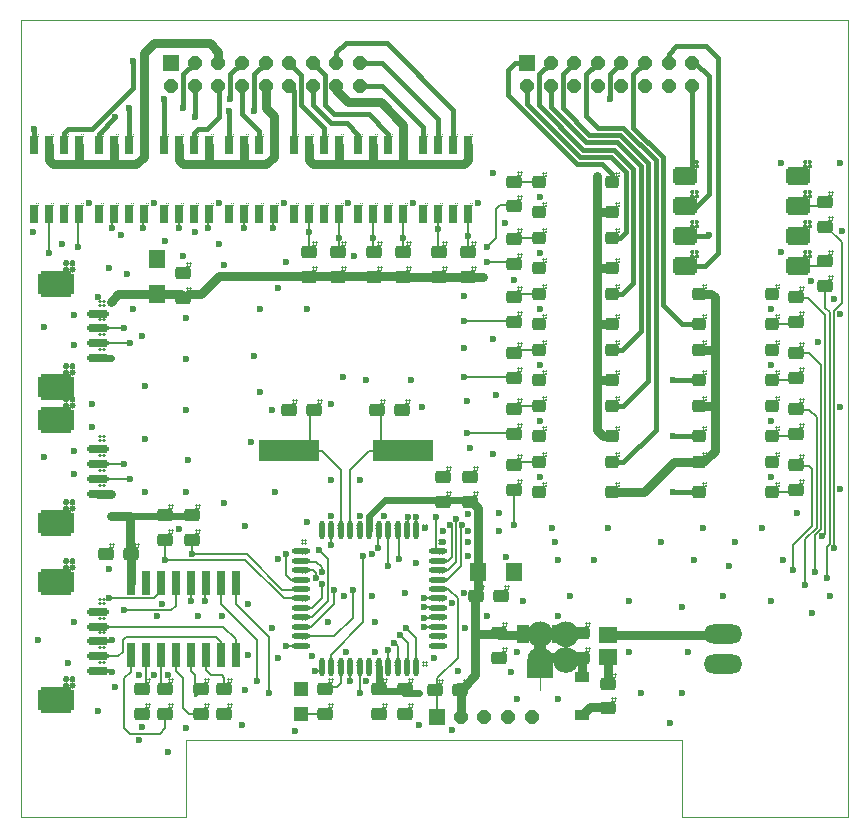
<source format=gbr>
G04 EdaTools v1.0. *
G04 EdaTools CAM processor. Gerber generator. *
G04 BEGIN HEADER *
%TF.FileFunction,Copper,L1,Top,Signal*%
%TF.FilePolarity,Positive*%
%MOMM*%
%FSLAX35Y35*%
%OFA0B0*%
%IPPOS*%
G04 END HEADER *
G04 BEGIN MACROS *
%AMM0*21,1,$1,$2-$3-$3,0,0,$4*
21,1,$1-$3-$3,$2,0,0,$4*
$5=$1/2*
$6=$2/2*
$7=2x$3*
1,1,$7,$5-$3,$6-$3,$4*
1,1,$7,-$5+$3,$6-$3,$4*
1,1,$7,-$5+$3,-$6+$3,$4*
1,1,$7,$5-$3,-$6+$3,$4*%
%AMM1*21,1,$1,$2,0,0,$4*
1,0,$3,0,0,0*%
G04 END MACROS *
G04 BEGIN APERTURES *
%ADD10C,0.01*%
%ADD11M1,1.28X1.28X0X90*%
%ADD12P,1.28X8X112.5*%
%ADD13M0,1X1.4X0.12X90*%
%ADD14M1,0.6604X2.032X0X0*%
%ADD15M0,0.7X1.8X0.1715X270*%
%ADD16M0,2.25X3X0.27X90*%
%ADD17M1,5.08X1.778X0X180*%
%ADD18M0,1.5X0.5X0.1225X90*%
%ADD19M0,0.5X1.5X0.1225X90*%
%ADD20M1,1.6X1.4X0X90*%
%ADD21M1,1.6X1.4X0X270*%
%ADD22O,3.2512X1.6256*%
%ADD23M1,1.2X1.2X0X0*%
%ADD24M1,1X1.5X0X180*%
%ADD25M1,1X2X0X180*%
%ADD26M0,2.2X3.7X1.089X180*%
%ADD27M1,1.3X1.5X0X90*%
%ADD28M0,0.6X1.6X0.072X180*%
%ADD29M1,0.91X1.22X0X270*%
%ADD30M1,0.91X1.22X0X450*%
%ADD31M0,1X1.25X0.12X270*%
%ADD32P,1.28X8X22.5*%
%ADD33M1,1.28X1.28X0X0*%
%ADD34M0,1.6X2X0.192X90*%
%ADD35M0,1.6X2X0.192X270*%
%ADD36C,0.6*%
%ADD37C,0.6*%
%ADD38C,0.8*%
%ADD39C,0.2*%
%ADD40C,0.4*%
G04 END APERTURES *
G04 BEGIN IMAGE *
D10*
D02*
X01400000D01*
D02*
Y00650000D01*
D02*
X05600000D01*
D02*
Y00000000D01*
D02*
X07000000D01*
D02*
Y06750000D01*
D02*
X00000000D01*
D02*
Y00000000D01*
D11*
X03525000Y00850000D03*
D12*
X03725000D03*
X03925000D03*
X04125000D03*
X04325000D03*
D13*
X04175000Y05170000D03*
Y05380000D03*
Y04682500D03*
Y04892500D03*
Y04195000D03*
Y04405000D03*
Y03720000D03*
Y03930000D03*
D14*
X00930500Y01367660D03*
Y01982340D03*
X01057500Y01367660D03*
X01184500D03*
X01057500Y01982340D03*
X01184500D03*
X01311500Y01367660D03*
Y01982340D03*
X01438500Y01367660D03*
Y01982340D03*
X01565500Y01367660D03*
X01692500D03*
X01565500Y01982340D03*
X01692500D03*
X01819500Y01367660D03*
Y01982340D03*
D13*
X01025000Y01080000D03*
Y00870000D03*
X01725000Y01080000D03*
Y00870000D03*
X01225000Y01080000D03*
Y00870000D03*
X01525000Y01080000D03*
Y00870000D03*
D15*
X00650000Y02862500D03*
Y02737500D03*
Y02987500D03*
Y03112500D03*
D16*
X00300000Y02487500D03*
X00300000Y03362500D03*
D15*
X00650000Y04012500D03*
Y03887500D03*
Y04137500D03*
Y04262500D03*
D16*
X00300000Y03637500D03*
X00300000Y04512500D03*
D13*
X03800000Y02880000D03*
Y02670000D03*
X03575000Y02880000D03*
Y02670000D03*
X00720000Y02225000D03*
X00930000D03*
D17*
X03232600Y03100000D03*
X02267400D03*
D13*
X03230000Y03450000D03*
X03020000D03*
X02270000Y03450000D03*
X02480000D03*
X01450000Y02345000D03*
Y02555000D03*
X01225000Y02345000D03*
Y02555000D03*
X04175000Y03245000D03*
Y03455000D03*
Y02770000D03*
Y02980000D03*
D18*
X02550000Y01270000D03*
X02630000D03*
X02710000D03*
X02790000D03*
X02870000D03*
X02950000D03*
X03030000D03*
X03110000D03*
X03190000D03*
X03270000D03*
X03350000D03*
D19*
X03530000Y01450000D03*
Y01530000D03*
Y01610000D03*
Y01690000D03*
Y01770000D03*
Y01850000D03*
Y01930000D03*
Y02010000D03*
Y02090000D03*
Y02170000D03*
Y02250000D03*
D18*
X03350000Y02430000D03*
X03270000D03*
X03190000D03*
X03110000D03*
X03030000D03*
X02950000D03*
X02870000D03*
X02790000D03*
X02710000D03*
X02630000D03*
X02550000D03*
D19*
X02370000Y02250000D03*
Y02170000D03*
Y02090000D03*
Y02010000D03*
Y01930000D03*
Y01850000D03*
Y01770000D03*
Y01690000D03*
Y01610000D03*
Y01530000D03*
Y01450000D03*
D13*
X03037500Y00870000D03*
Y01080000D03*
X03250000Y00870000D03*
Y01080000D03*
X06562500Y02980000D03*
Y02770000D03*
Y03455000D03*
Y03245000D03*
X04050000Y01555000D03*
Y01345000D03*
X04750000D03*
Y01555000D03*
D20*
X01150000Y04425000D03*
D21*
Y04725000D03*
D22*
X05944000Y01552000D03*
Y01298000D03*
D13*
X01375000Y04605000D03*
Y04395000D03*
D20*
X03875000Y02075000D03*
D21*
X04175000D03*
D13*
X04067500Y01875000D03*
X03857500D03*
X02575000Y00870000D03*
Y01080000D03*
D23*
X02375000D03*
Y00870000D03*
D13*
X06562500Y03930000D03*
Y03720000D03*
Y04405000D03*
Y04195000D03*
D15*
X00650000Y01362500D03*
Y01237500D03*
Y01487500D03*
Y01612500D03*
D16*
X00300000Y00987500D03*
X00300000Y01987500D03*
D15*
X00650000Y01739500D03*
D24*
X04549900Y01548100D03*
X04250100D03*
D25*
X04400000Y01522700D03*
D26*
Y01256000D03*
D27*
X04975000Y01355000D03*
Y01545000D03*
D13*
X04975000Y01130000D03*
Y00920000D03*
X02687500Y04780000D03*
Y04570000D03*
X02437500Y04780000D03*
Y04570000D03*
X03507500Y01075000D03*
X03717500D03*
D28*
X00363500Y05691750D03*
X00363500Y05108250D03*
X00490500Y05691750D03*
X00236500D03*
X00109500D03*
X00490500Y05108250D03*
X00236500D03*
X00109500D03*
X00913500Y05691750D03*
Y05108250D03*
X01040500Y05691750D03*
X00786500D03*
X00659500D03*
X01040500Y05108250D03*
X00786500D03*
X00659500D03*
X01463500Y05691750D03*
Y05108250D03*
X01590500Y05691750D03*
X01336500D03*
X01209500D03*
X01590500Y05108250D03*
X01336500D03*
X01209500D03*
X02013500Y05691750D03*
Y05108250D03*
X02140500Y05691750D03*
X01886500D03*
X01759500D03*
X02140500Y05108250D03*
X01886500D03*
X01759500D03*
X02563500Y05691750D03*
Y05108250D03*
X02690500Y05691750D03*
X02436500D03*
X02309500D03*
X02690500Y05108250D03*
X02436500D03*
X02309500D03*
D29*
X04750000Y00862500D03*
D30*
Y01187500D03*
D31*
X04390000Y05377000D03*
Y05123000D03*
X05010000D03*
Y05377000D03*
X04390000Y04902000D03*
Y04648000D03*
X05010000D03*
Y04902000D03*
X04390000Y04427000D03*
Y04173000D03*
X05010000D03*
Y04427000D03*
X04390000Y03952000D03*
Y03698000D03*
X05010000D03*
Y03952000D03*
X04390000Y03477000D03*
Y03223000D03*
X05010000D03*
Y03477000D03*
X04390000Y03002000D03*
Y02748000D03*
X05010000D03*
Y03002000D03*
X06360000Y02748000D03*
Y03002000D03*
X05740000D03*
Y02748000D03*
X06360000Y03223000D03*
Y03477000D03*
X05740000D03*
Y03223000D03*
X06360000Y03698000D03*
Y03952000D03*
X05740000D03*
Y03698000D03*
X06360000Y04173000D03*
Y04427000D03*
X05740000D03*
Y04173000D03*
D13*
X03237500Y04780000D03*
Y04570000D03*
X02987500Y04780000D03*
Y04570000D03*
D28*
X03113500Y05691750D03*
Y05108250D03*
X03240500Y05691750D03*
X02986500D03*
X02859500D03*
X03240500Y05108250D03*
X02986500D03*
X02859500D03*
D32*
X01273000Y06187500D03*
D33*
Y06387500D03*
D32*
X01473000Y06187500D03*
Y06387500D03*
X01673000Y06187500D03*
Y06387500D03*
X01873000Y06187500D03*
Y06387500D03*
X02073000Y06187500D03*
Y06387500D03*
X02273000Y06187500D03*
Y06387500D03*
X02473000Y06187500D03*
Y06387500D03*
X02673000Y06187500D03*
Y06387500D03*
X02873000D03*
Y06187500D03*
X04285500D03*
D33*
Y06387500D03*
D32*
X04485500Y06187500D03*
Y06387500D03*
X04685500Y06187500D03*
Y06387500D03*
X04885500Y06187500D03*
Y06387500D03*
X05085500Y06187500D03*
Y06387500D03*
X05285500Y06187500D03*
Y06387500D03*
X05485500Y06187500D03*
Y06387500D03*
X05685500Y06187500D03*
Y06387500D03*
D13*
X06812500Y04495000D03*
Y04705000D03*
Y04995000D03*
Y05205000D03*
D34*
X06577000Y04669000D03*
Y04923000D03*
Y05177000D03*
Y05431000D03*
D35*
X05623000D03*
Y05177000D03*
Y04923000D03*
Y04669000D03*
D28*
X03663500Y05691750D03*
Y05108250D03*
X03790500Y05691750D03*
X03536500D03*
X03409500D03*
X03790500Y05108250D03*
X03536500D03*
X03409500D03*
D13*
X03787500Y04780000D03*
Y04570000D03*
X03537500Y04780000D03*
Y04570000D03*
D36*
X00200000Y04575000D03*
X00400000D03*
Y04475000D03*
X00200000D03*
Y03675000D03*
Y03575000D03*
X00400000D03*
Y03675000D03*
X00200000Y03425000D03*
X00400000D03*
Y03325000D03*
X00200000D03*
Y02525000D03*
X00400000D03*
Y02425000D03*
X00200000D03*
Y02050000D03*
X00400000D03*
Y01950000D03*
X00200000D03*
Y01025000D03*
Y00925000D03*
X00400000D03*
Y01025000D03*
X01725000Y02662500D03*
X03375000Y00775000D03*
X04400000Y03825000D03*
Y03350000D03*
X04150000Y01225000D03*
X04600000Y01250000D03*
X05150000Y01400000D03*
X05250000Y01050000D03*
X05500000Y00800000D03*
X05600000Y01050000D03*
X05650000Y01400000D03*
X02025000Y03600000D03*
X01400000Y02750000D03*
X01725000Y04675000D03*
X02825000Y04750000D03*
X02025000Y04300000D03*
X01950000Y03175000D03*
X01400000Y03450000D03*
Y03875000D03*
Y04225000D03*
X00350000Y04850000D03*
X00950000Y04300000D03*
X01025000Y04075000D03*
X00450000Y04250000D03*
X00650000Y04400000D03*
X00450000Y03100000D03*
X00600000Y03300000D03*
X00450000Y02900000D03*
Y04000000D03*
X00600000Y03500000D03*
X01050000Y02750000D03*
Y03200000D03*
Y03650000D03*
X01400000Y00750000D03*
X01875000Y00775000D03*
X01900000Y01075000D03*
X01250000Y01200000D03*
X01000000D03*
X01900000Y02462500D03*
X02625000Y03500000D03*
X02175000Y04475000D03*
X02725000Y03725000D03*
X02250000Y04700000D03*
X01412500Y03025000D03*
X00750000Y04650000D03*
X04000000Y05450000D03*
X04550000Y01700000D03*
X02125000Y03450000D03*
X01125000Y01200000D03*
X01025000Y00762500D03*
X02925000Y01150000D03*
X06575000Y02575000D03*
X06275000Y02450000D03*
X05775000D03*
X05425000Y02325000D03*
X04975000Y02450000D03*
X04500000D03*
X04550000Y02175000D03*
X04850000D03*
X04112500Y02200000D03*
X04250000Y01825000D03*
X04650000Y01875000D03*
X05150000Y01825000D03*
X05600000Y01775000D03*
X05950000Y01875000D03*
X06350000Y01825000D03*
X06700000Y01725000D03*
X06850000Y01875000D03*
X06450000Y02175000D03*
X06000000Y02125000D03*
X05700000Y02175000D03*
X06350000Y02875000D03*
Y03350000D03*
Y03825000D03*
Y04300000D03*
X06937500Y05537500D03*
X06437500D03*
Y04787500D03*
X06937500Y04262500D03*
X06750000Y04025000D03*
X06937500Y03475000D03*
Y02775000D03*
X04550000Y01000000D03*
X04200000D03*
Y01400000D03*
X03500000Y01350000D03*
X03350000Y02150000D03*
X03250000Y01900000D03*
X02975000Y01875000D03*
X03000000Y01650000D03*
X02175000Y01350000D03*
X02125000Y01600000D03*
X01925000Y01800000D03*
X01700000Y01700000D03*
X01925000Y01375000D03*
X01150000Y01700000D03*
X01200000Y01800000D03*
X00800000Y01100000D03*
X00650000Y00900000D03*
X01000000Y00650000D03*
X01250000Y00550000D03*
X02325000Y00725000D03*
X03300000Y03700000D03*
X03400000Y03475000D03*
X02925000Y03700000D03*
X02425000Y04300000D03*
X01975000Y03900000D03*
X03750000Y04412500D03*
X04100000Y05025000D03*
X02150000Y02750000D03*
X02625000Y02850000D03*
X02425000Y02500000D03*
X02875000Y02550000D03*
Y02850000D03*
X03075000Y02550000D03*
X03425000Y02450000D03*
X03575000Y02325000D03*
X03787500Y02212500D03*
X03750000Y01900000D03*
X03700000Y01237500D03*
X03650000Y00737500D03*
X01500000Y01700000D03*
X01337500Y02437500D03*
X00750000Y02100000D03*
X04050000Y02575000D03*
X04000000Y03075000D03*
X04025000Y03575000D03*
X04000000Y04050000D03*
X03750000Y03975000D03*
X03775000Y03525000D03*
X03800000Y03125000D03*
X03875000Y05200000D03*
X04400000Y05250000D03*
Y04775000D03*
Y04300000D03*
X04175000Y04550000D03*
X04400000Y02875000D03*
X04050000Y02425000D03*
X02737500Y01875000D03*
X03950000Y01700000D03*
X06887500Y04387500D03*
X06687500Y04537500D03*
X06950000Y04962500D03*
X03650000Y01812500D03*
X03762500Y01600000D03*
X04525000Y02325000D03*
X06050000D03*
X02975000Y02225000D03*
X03000000Y01400000D03*
X02750000D03*
X02462500Y01362500D03*
X02625000Y02550000D03*
X02175000Y02187500D03*
X00450000Y01650000D03*
X00400000Y01300000D03*
X00150000Y01500000D03*
X00200000Y03050000D03*
Y04150000D03*
X00100000Y04950000D03*
X00850000Y04925000D03*
X00575000Y05200000D03*
X01125000D03*
X01675000D03*
X02225000D03*
X02775000D03*
X03325000D03*
X01675000Y04850000D03*
X01475000Y04950000D03*
X01375000Y04750000D03*
X01225000Y04875000D03*
X00900000Y04600000D03*
X02600000Y01650000D03*
X03787500Y02562500D03*
X03575000Y02425000D03*
X03787500Y02325000D03*
Y02425000D03*
D37*
X03800000Y02680000D02*
X03575000D01*
D02*
X03080000D01*
D02*
X02950000Y02550000D01*
D02*
Y02430000D01*
D38*
X00930500Y01982340D02*
Y02214500D01*
D37*
D02*
X00920000Y02225000D01*
D38*
X03725000Y00850000D02*
Y01057500D01*
D37*
D02*
X03707500Y01075000D01*
D36*
X03375000Y01050000D03*
D37*
X00650000Y02737500D02*
X00687500D01*
D36*
X00762500D03*
Y03887500D03*
D37*
D02*
X00650000D01*
D36*
X00825000Y04425000D03*
D38*
D02*
X01150000D01*
D02*
X01355000D01*
D37*
D02*
X01375000Y04405000D01*
D02*
X01405000D01*
D02*
X01425000Y04425000D01*
X01450000Y02545000D02*
X01225000D01*
D36*
X00762500Y02550000D03*
D38*
D02*
X00925000D01*
D37*
D02*
X01220000D01*
D02*
X01225000Y02545000D01*
X00920000Y02225000D02*
Y02245000D01*
D02*
X00925000Y02250000D01*
D38*
D02*
Y02550000D01*
X01525000Y04425000D02*
X01425000D01*
D36*
X03875000Y02612500D03*
D38*
X00762500Y02737500D02*
X00650000D01*
D37*
X03375000Y01050000D02*
X03245000D01*
D02*
X03250000Y01070000D01*
D02*
X03037500D01*
X03030000Y01270000D02*
Y01087500D01*
D02*
X03037500Y01070000D01*
D38*
X02437500Y04580000D02*
X01680000D01*
D02*
X01525000Y04425000D01*
X02687500Y04580000D02*
X02437500D01*
X02687500D02*
X02987500D01*
X03850000Y01550000D02*
X04045000D01*
D37*
D02*
X04050000Y01545000D01*
D38*
X03850000Y01550000D02*
Y01200000D01*
Y01550000D02*
Y01857500D01*
D02*
X03867500Y01875000D01*
X03875000Y02075000D02*
Y02612500D01*
Y01875000D02*
Y02075000D01*
D36*
X03912500Y04575000D03*
X00762500Y04362500D03*
D38*
D02*
X00825000Y04425000D01*
X04050000Y01545000D02*
X04250100D01*
D37*
D02*
Y01548100D01*
D38*
X03700000Y01100000D02*
X03750000D01*
D02*
X03850000Y01200000D01*
X02987500Y04580000D02*
X03237500D01*
X03242500Y04575000D02*
X03237500Y04580000D01*
X03537500D02*
X03545000D01*
D02*
X03550000Y04575000D01*
X03242500D02*
X03550000D01*
D02*
X03782500D01*
D02*
X03787500Y04580000D01*
X03912500Y04575000D02*
X03787500D01*
D02*
Y04580000D01*
X03875000Y02612500D02*
X03867500D01*
D02*
X03800000Y02680000D01*
D39*
X03525000Y00850000D02*
Y01067500D01*
D02*
X03517500Y01075000D01*
X03530000Y01930000D02*
X03620000D01*
D02*
X03700000Y01850000D01*
D02*
Y01350000D01*
D02*
X03525000Y01175000D01*
D02*
Y01082500D01*
D02*
X03517500Y01075000D01*
X04390000Y05377000D02*
X04127000D01*
D02*
X04125000Y05375000D01*
D02*
X04170000D01*
D02*
X04175000Y05370000D01*
X04390000Y04902000D02*
X04182000D01*
D02*
X04175000Y04882500D01*
X04390000Y04427000D02*
X04207000D01*
D02*
X04175000Y04395000D01*
X04390000Y03952000D02*
X04207000D01*
D02*
X04175000Y03920000D01*
X03270000Y02430000D02*
Y02495000D01*
D02*
X03275000Y02500000D01*
D02*
Y02537500D01*
D36*
D03*
X03950000Y04825000D03*
D39*
X04170000Y05175000D02*
X04175000Y05180000D01*
D02*
X04055000D01*
D02*
X04025000Y05150000D01*
D02*
Y04900000D01*
D02*
X03950000Y04825000D01*
X04170000Y04700000D02*
X04175000Y04692500D01*
X03350000Y02430000D02*
Y02537500D01*
D36*
D03*
X03950000Y04700000D03*
D39*
D02*
X04167500D01*
D02*
X04175000Y04692500D01*
X03532500Y02087500D02*
X03530000Y02090000D01*
X04167500Y03262500D02*
X04175000Y03255000D01*
X03530000Y02090000D02*
X03615000D01*
D02*
X03687500Y02162500D01*
D02*
Y02525000D01*
D36*
D03*
X03775000Y03250000D03*
D39*
D02*
X04170000D01*
D02*
X04175000Y03255000D01*
X03530000Y02170000D02*
X03620000D01*
D02*
X03650000Y02200000D01*
D36*
X03637500Y02475000D03*
X03750000Y03725000D03*
D39*
D02*
X04170000D01*
D02*
X04175000Y03730000D01*
X03637500Y02475000D02*
X03650000Y02462500D01*
D02*
Y02200000D01*
X00650000Y01237500D02*
X00712500D01*
D02*
X00725000Y01225000D01*
D02*
X00775000D01*
D36*
D03*
X00750000Y01850000D03*
D39*
D02*
X01125000D01*
X01184500Y01982340D02*
Y01909500D01*
D02*
X01125000Y01850000D01*
X00650000Y01362500D02*
X00825000D01*
D02*
X00862500Y01400000D01*
D02*
Y01500000D01*
D02*
X00887500Y01525000D01*
D02*
X01650000D01*
X01692500Y01367660D02*
Y01482500D01*
X01650000Y01525000D02*
X01692500Y01482500D01*
X00650000Y01487500D02*
X00712500D01*
D02*
X00725000Y01500000D01*
D02*
X00775000D01*
D36*
D03*
X00875000Y01750000D03*
D39*
D02*
X01275000D01*
X01311500Y01982340D02*
Y01786500D01*
D02*
X01275000Y01750000D01*
X00650000Y01612500D02*
X01712500D01*
D02*
X01819500Y01505500D01*
Y01367660D02*
Y01505500D01*
X00930500Y01230500D02*
X00875000Y01175000D01*
X00930500Y01230500D02*
Y01367660D01*
X00875000Y01175000D02*
Y00750000D01*
D02*
X00925000Y00700000D01*
D02*
X01175000D01*
D02*
X01225000Y00750000D01*
D02*
Y00880000D01*
X01184500Y01367660D02*
Y01110500D01*
D02*
X01225000Y01070000D01*
X01311500Y01367660D02*
Y01238500D01*
D02*
X01375000Y01175000D01*
D02*
Y00925000D01*
D02*
X01425000Y00875000D01*
D02*
X01520000D01*
D02*
X01525000Y00880000D01*
X01438500Y01367660D02*
Y01236500D01*
D02*
X01475000Y01200000D01*
D02*
Y01025000D01*
D02*
X01480000D01*
D02*
X01525000Y01070000D01*
X01057500Y01367660D02*
Y01102500D01*
D02*
X01025000Y01070000D01*
X01565500Y01367660D02*
Y01247000D01*
D02*
X01612500Y01200000D01*
D02*
X01700000D01*
D02*
X01725000Y01175000D01*
D02*
Y01070000D01*
X01438500Y01982340D02*
Y01938500D01*
D02*
X01437500Y01912500D01*
D02*
Y01825000D01*
D36*
D03*
X02487500Y01237500D03*
D39*
D02*
X02550000D01*
D02*
Y01270000D01*
X02870000D02*
Y01230000D01*
D02*
X02875000Y01212500D01*
D36*
Y01050000D03*
X02100000D03*
D39*
D02*
Y01525000D01*
D02*
X01819500Y01805500D01*
Y01982340D02*
Y01805500D01*
X02875000Y01212500D02*
Y01050000D01*
X01565500Y01982340D02*
Y01915500D01*
D02*
X01562500Y01900000D01*
D02*
Y01825000D01*
D36*
D03*
X02250000Y01450000D03*
D39*
X02375000Y01445000D02*
X02370000Y01450000D01*
X02250000D02*
X02370000D01*
X02787500Y01250000D02*
Y01150000D01*
Y01250000D02*
X02790000Y01270000D01*
D36*
X02787500Y01150000D03*
X02000000D03*
D39*
D02*
Y01500000D01*
D02*
X01692500Y01807500D01*
Y01982340D02*
Y01807500D01*
X02790000Y02430000D02*
Y02940000D01*
X03232600Y03100000D02*
X03075000D01*
D02*
X02950000D01*
D02*
X02790000Y02940000D01*
X03030000Y03145000D02*
X03075000Y03100000D01*
X03030000Y03450000D02*
Y03405000D01*
D02*
X03025000Y03400000D01*
D02*
X03050000D01*
D02*
Y03165000D01*
D02*
X03030000Y03145000D01*
X02710000Y02430000D02*
Y02940000D01*
X02267400Y03100000D02*
X02450000D01*
D02*
X02550000D01*
D02*
X02710000Y02940000D01*
X02445000Y03105000D02*
X02450000Y03100000D01*
Y03110000D02*
X02445000Y03105000D01*
X02470000Y03450000D02*
Y03420000D01*
D02*
X02450000Y03400000D01*
D02*
Y03110000D01*
X04390000Y03477000D02*
X04127000D01*
D02*
X04125000Y03475000D01*
D02*
X04145000D01*
D02*
X04175000Y03445000D01*
X04390000Y03002000D02*
X04207000D01*
D02*
X04175000Y02970000D01*
X03530000Y02250000D02*
X03512500D01*
D02*
Y02537500D01*
D36*
D03*
X03750000Y04200000D03*
D39*
D02*
X04170000D01*
D02*
X04175000Y04205000D01*
X03530000Y02010000D02*
X03610000D01*
D02*
X03725000Y02125000D01*
D02*
Y02462500D01*
D02*
X03737500Y02475000D01*
D36*
D03*
X04175000D03*
D39*
D02*
Y02780000D01*
D40*
X00363500Y05691750D02*
Y05788500D01*
D02*
X00400000Y05825000D01*
D02*
X00600000D01*
D02*
X00950000Y06175000D01*
D02*
Y06400000D01*
D36*
D03*
X00112500Y05825000D03*
D40*
D02*
Y05694750D01*
D02*
X00109500Y05691750D01*
D36*
X00912500Y06000000D03*
X01375000D03*
D40*
D02*
Y06289500D01*
D02*
X01473000Y06387500D01*
X00912500Y06000000D02*
Y05692750D01*
D02*
X00913500Y05691750D01*
X00659500D02*
Y05784500D01*
D02*
X00800000Y05925000D01*
D36*
D03*
X01475000D03*
D40*
D02*
Y06185500D01*
D02*
X01473000Y06187500D01*
X01675000Y05925000D02*
Y06185500D01*
D02*
X01673000Y06187500D01*
X01463500Y05691750D02*
Y05788500D01*
D02*
X01500000Y05825000D01*
D02*
X01575000D01*
D02*
X01675000Y05925000D01*
D36*
X01212500Y06075000D03*
X01775000D03*
D40*
D02*
Y06289500D01*
D02*
X01873000Y06387500D01*
X01212500Y06075000D02*
Y05694750D01*
D02*
X01209500Y05691750D01*
X01873000Y06187500D02*
Y05952000D01*
D02*
X02013500Y05811500D01*
Y05691750D02*
Y05811500D01*
D36*
X01762500Y05975000D03*
X01975000D03*
D40*
D02*
Y06289500D01*
D02*
X02073000Y06387500D01*
X01762500Y05975000D02*
Y05694750D01*
D02*
X01759500Y05691750D01*
D36*
X03412500Y01612500D03*
D39*
D02*
X03527500D01*
D02*
X03530000Y01610000D01*
D36*
X01337500Y04987500D03*
D39*
D02*
Y05107250D01*
D02*
X01336500Y05108250D01*
D36*
X03412500Y01687500D03*
D39*
D02*
X03527500D01*
D02*
X03530000Y01690000D01*
D36*
X01587500Y04987500D03*
D39*
D02*
Y05105250D01*
D02*
X01590500Y05108250D01*
X03275000Y01275000D02*
X03270000Y01270000D01*
D36*
X03212500Y01537500D03*
D39*
D02*
X03220000Y01530000D01*
X03275000Y01275000D02*
Y01475000D01*
D02*
X03212500Y01537500D01*
D36*
X00775000Y04987500D03*
D39*
D02*
Y05096750D01*
D02*
X00786500Y05108250D01*
D36*
X03262500Y01600000D03*
D39*
X03350000Y01270000D02*
Y01512500D01*
D02*
X03262500Y01600000D01*
D36*
X01037500Y04987500D03*
D39*
D02*
Y05105250D01*
D02*
X01040500Y05108250D01*
D36*
X03112500Y01412500D03*
D39*
Y01280000D02*
X03110000Y01270000D01*
X03112500Y01280000D02*
Y01412500D01*
D36*
X00237500Y04775000D03*
D39*
D02*
Y05107250D01*
D02*
X00236500Y05108250D01*
D36*
X03162500Y01475000D03*
D39*
X03190000Y01270000D02*
Y01447500D01*
D02*
X03162500Y01475000D01*
X00490500Y05108250D02*
Y05040500D01*
D02*
X00487500Y05037500D01*
D02*
Y04825000D01*
D36*
D03*
D40*
X05010000Y05377000D02*
Y05440000D01*
D02*
X04925000Y05525000D01*
X04285500Y06387500D02*
X04187500D01*
D02*
X04125000Y06325000D01*
D02*
Y06112500D01*
D02*
X04712500Y05525000D01*
D02*
X04925000D01*
X05010000Y04902000D02*
X05077000D01*
D02*
X05125000Y04950000D01*
D02*
Y05462500D01*
D02*
X05000000Y05587500D01*
X04285500Y06187500D02*
Y06039500D01*
D02*
X04737500Y05587500D01*
D02*
X05000000D01*
X05187500Y04525000D02*
Y05487500D01*
D02*
X05025000Y05650000D01*
X04485500Y06385500D02*
X04387500Y06287500D01*
D02*
Y06025000D01*
D02*
X04762500Y05650000D01*
D02*
X05025000D01*
X05010000Y04427000D02*
X05089500D01*
D02*
X05187500Y04525000D01*
X05010000Y03952000D02*
X05089500D01*
D02*
X05250000Y04112500D01*
D02*
Y05512500D01*
D02*
X05050000Y05712500D01*
D02*
X04787500D01*
D02*
X04485500Y06014500D01*
Y06187500D02*
Y06014500D01*
X05010000Y03477000D02*
X05102000D01*
D02*
X05312500Y03687500D01*
D02*
Y05537500D01*
D02*
X05075000Y05775000D01*
X04687500Y06387500D02*
X04587500Y06287500D01*
D02*
Y06000000D01*
D02*
X04812500Y05775000D01*
D02*
X05075000D01*
X05010000Y03002000D02*
X05102000D01*
D02*
X05375000Y03275000D01*
D02*
Y05562500D01*
D02*
X05100000Y05837500D01*
D02*
X04887500D01*
D02*
X04787500Y05937500D01*
X04875000Y06387500D02*
Y06375000D01*
D02*
X04787500Y06287500D01*
D02*
Y05937500D01*
D36*
X05525000Y02750000D03*
D40*
D02*
X05738000D01*
D02*
X05740000Y02748000D01*
D36*
X04987500Y06075000D03*
D40*
X05738000Y03225000D02*
X05740000Y03223000D01*
X05738000Y03225000D02*
X05525000D01*
D36*
D03*
D40*
X04987500Y06075000D02*
Y06289500D01*
D02*
X05085500Y06387500D01*
D39*
X06360000Y02748000D02*
X06543000D01*
D02*
X06562500Y02780000D01*
X06360000Y03223000D02*
X06543000D01*
D02*
X06562500Y03255000D01*
D36*
X02550000Y02075000D03*
X06537500Y02087500D03*
D39*
D02*
Y02300000D01*
D02*
X06700000Y02462500D01*
D02*
Y02950000D01*
D02*
X06675000Y02975000D01*
D02*
X06580000D01*
D02*
X06562500Y02970000D01*
X02550000Y02075000D02*
Y02112500D01*
D02*
X02500000Y02162500D01*
D02*
X02377500D01*
D02*
X02370000Y02170000D01*
Y01530000D02*
X02655000D01*
D02*
X02812500Y01687500D01*
D02*
Y01925000D01*
D36*
D03*
X06637500Y01962500D03*
D39*
D02*
Y02350000D01*
D02*
X06737500Y02450000D01*
D02*
Y03387500D01*
X06675000Y03450000D02*
X06580000D01*
D02*
X06562500Y03445000D01*
X06737500Y03387500D02*
X06675000Y03450000D01*
D36*
X03412500Y01775000D03*
D39*
D02*
X03525000D01*
D02*
X03530000Y01770000D01*
X03535000Y01775000D02*
X03530000Y01770000D01*
D36*
X01887500Y04987500D03*
D39*
D02*
Y05107250D01*
D02*
X01886500Y05108250D01*
X03530000Y01850000D02*
X03412500D01*
D36*
D03*
X02137500Y04987500D03*
D39*
D02*
Y05105250D01*
D02*
X02140500Y05108250D01*
D37*
X04400000Y01522700D02*
Y01375000D01*
D02*
Y01256000D01*
D38*
X04750000Y01355000D02*
X04420000D01*
D37*
D02*
X04400000Y01375000D01*
D38*
X04750000Y01355000D02*
Y01187500D01*
D39*
X02710000Y01270000D02*
Y01135000D01*
D02*
X02675000Y01100000D01*
D02*
X02605000D01*
D02*
X02575000Y01070000D01*
X00650000Y04012500D02*
X00925000D01*
D36*
D03*
Y02862500D03*
D39*
D02*
X00650000D01*
D36*
X01450000Y02225000D03*
D39*
D02*
X01912500D01*
D02*
X02212500Y01925000D01*
D02*
X02365000D01*
D02*
X02370000Y01930000D01*
X01450000Y02355000D02*
Y02225000D01*
X00650000Y04137500D02*
X00875000D01*
D36*
D03*
Y02987500D03*
D39*
D02*
X00650000D01*
X01225000Y02175000D02*
X01900000D01*
D02*
X02225000Y01850000D01*
D02*
X02370000D01*
D36*
X01225000Y02175000D03*
D39*
Y02355000D02*
Y02175000D01*
X02375000Y00870000D02*
X02565000D01*
D02*
X02575000Y00880000D01*
D40*
X02563500Y05691750D02*
Y05836500D01*
D02*
X02375000Y06025000D01*
D02*
Y06285500D01*
D02*
X02273000Y06387500D01*
X05738000Y03700000D02*
X05740000Y03698000D01*
X05738000Y03700000D02*
X05525000D01*
D36*
D03*
D39*
X03190000Y02430000D02*
Y02390000D01*
D02*
X03200000Y02362500D01*
D02*
Y02187500D01*
D36*
D03*
D39*
X02690500Y05108250D02*
Y04900000D01*
D02*
Y04773000D01*
D02*
X02687500Y04770000D01*
D36*
X02690500Y04900000D03*
X03112500Y02125000D03*
D39*
X02436500Y05108250D02*
Y04950000D01*
D02*
Y04771000D01*
D02*
X02437500Y04770000D01*
D36*
X02436500Y04950000D03*
D39*
X03112500Y02125000D02*
Y02420000D01*
D02*
X03110000Y02430000D01*
X06360000Y03698000D02*
X06543000D01*
D02*
X06562500Y03730000D01*
D36*
X02500000Y02025000D03*
X06725000Y02075000D03*
D39*
D02*
Y02387500D01*
D02*
X06775000Y02437500D01*
D02*
Y03825000D01*
D02*
X06675000Y03925000D01*
D02*
X06580000D01*
D02*
X06562500Y03920000D01*
X02500000Y02025000D02*
Y02062500D01*
D02*
X02475000Y02087500D01*
D02*
X02372500D01*
D02*
X02370000Y02090000D01*
X06562500Y04395000D02*
X06667500D01*
D02*
X06812500Y04250000D01*
D02*
Y02400000D01*
D02*
X06787500Y02375000D01*
D36*
D03*
X02625000Y02300000D03*
D39*
D02*
Y02422500D01*
D02*
X02630000Y02430000D01*
X06360000Y04173000D02*
X06543000D01*
D02*
X06562500Y04205000D01*
D40*
X05740000Y04173000D02*
X05602000D01*
D02*
X05437500Y04337500D01*
D02*
Y05587500D01*
D02*
X05187500Y05837500D01*
X05285500Y06387500D02*
Y06385500D01*
D02*
X05187500Y06287500D01*
D02*
Y05837500D01*
D38*
X04975000Y00930000D02*
X04817500D01*
D02*
X04750000Y00862500D01*
X02436500Y05691750D02*
Y05563500D01*
D02*
X02475000Y05525000D01*
D02*
X02700000D01*
D02*
X03000000D01*
X02690500Y05691750D02*
Y05534500D01*
D02*
X02700000Y05525000D01*
X02986500Y05691750D02*
Y05538500D01*
D02*
X03000000Y05525000D01*
X03790500Y05691750D02*
Y05565500D01*
D02*
X03750000Y05525000D01*
D02*
X03250000D01*
D02*
X03000000D01*
X03240500Y05691750D02*
Y05534500D01*
D02*
X03250000Y05525000D01*
X02673000Y06187500D02*
Y06152000D01*
D02*
X02775000Y06050000D01*
D02*
X03050000D01*
D02*
X03240500Y05859500D01*
Y05691750D02*
Y05859500D01*
X00236500Y05691750D02*
Y05563500D01*
D02*
X00275000Y05525000D01*
D02*
X00475000D01*
D02*
X00800000D01*
D02*
X00975000D01*
X01040500Y05691750D02*
Y05590500D01*
D02*
X00975000Y05525000D01*
X00490500Y05691750D02*
Y05540500D01*
D02*
X00475000Y05525000D01*
X00786500Y05691750D02*
Y05538500D01*
D02*
X00800000Y05525000D01*
X01673000Y06387500D02*
Y06477000D01*
D02*
X01600000Y06550000D01*
D02*
X01125000D01*
D02*
X01062500Y06487500D01*
D02*
X01050000Y06475000D01*
X01040500Y05691750D02*
Y06465500D01*
D02*
X01050000Y06475000D01*
X04975000Y01545000D02*
X05937000D01*
D37*
D02*
X05944000Y01552000D01*
D38*
X04975000Y01120000D02*
Y01355000D01*
D39*
X03240500Y05108250D02*
Y04900000D01*
D02*
Y04773000D01*
D02*
X03237500Y04770000D01*
D36*
X03240500Y04900000D03*
D39*
X02370000Y01690000D02*
X02465000D01*
D36*
X02525000Y02262500D03*
D39*
X02600000Y02187500D02*
Y01825000D01*
D02*
X02465000Y01690000D01*
X02600000Y02187500D02*
X02525000Y02262500D01*
X02630000Y01270000D02*
Y01320000D01*
D02*
X02625000Y01325000D01*
D02*
Y01375000D01*
D02*
X02900000Y01650000D01*
D02*
Y02212500D01*
D36*
D03*
D39*
X02986500Y05108250D02*
Y04900000D01*
D02*
Y04771000D01*
D02*
X02987500Y04770000D01*
D36*
X02986500Y04900000D03*
D40*
X02309500Y05691750D02*
Y06151000D01*
D02*
X02273000Y06187500D01*
X03113500Y05691750D02*
Y05786500D01*
D02*
X02950000Y05950000D01*
D02*
X02650000D01*
D02*
X02575000Y06025000D01*
D02*
Y06285500D01*
D02*
X02473000Y06387500D01*
X02859500Y05691750D02*
Y05778000D01*
D02*
X02762500Y05875000D01*
D02*
X02625000D01*
D02*
X02475000Y06025000D01*
D02*
Y06185500D01*
D02*
X02473000Y06187500D01*
D38*
X04875000Y04650000D02*
Y04175000D01*
X05010000Y04173000D02*
X04877000D01*
D02*
X04875000Y04175000D01*
X05010000Y04648000D02*
X04877000D01*
D02*
X04875000Y04650000D01*
Y05425000D02*
Y05125000D01*
D02*
Y04650000D01*
X05010000Y05123000D02*
X04877000D01*
D02*
X04875000Y05125000D01*
X05010000Y03223000D02*
X04927000D01*
D02*
X04875000Y03275000D01*
D02*
Y03700000D01*
D02*
Y04175000D01*
X05010000Y03698000D02*
X04877000D01*
D02*
X04875000Y03700000D01*
D36*
Y05425000D03*
D38*
X05740000Y04427000D02*
X05848000D01*
D02*
X05875000Y04400000D01*
D02*
Y03950000D01*
D02*
Y03475000D01*
D02*
Y03100000D01*
X05740000Y03002000D02*
X05777000D01*
D02*
X05875000Y03100000D01*
X05740000Y03477000D02*
X05873000D01*
D02*
X05875000Y03475000D01*
X05740000Y03952000D02*
X05873000D01*
D02*
X05875000Y03950000D01*
X05010000Y02748000D02*
X05273000D01*
D02*
X05527000Y03002000D01*
X05740000D02*
X05527000D01*
D36*
X05875000Y04400000D03*
X06887500Y02275000D03*
X03025000D03*
D39*
D02*
Y02425000D01*
D02*
X03030000Y02430000D01*
X06950000Y04350000D02*
X06887500Y04287500D01*
D02*
Y02275000D01*
X06950000Y04350000D02*
Y04867500D01*
D02*
X06812500Y05005000D01*
D36*
X02550000Y01975000D03*
X06825000Y02025000D03*
D39*
D02*
Y02287500D01*
D02*
X06850000Y02312500D01*
X06812500Y04312500D02*
X06850000Y04275000D01*
D02*
Y02312500D01*
X06812500Y04505000D02*
Y04312500D01*
X02370000Y01770000D02*
X02470000D01*
D02*
X02550000Y01850000D01*
D02*
Y01975000D01*
X06577000Y04669000D02*
X06799000D01*
D02*
X06812500Y04695000D01*
X06577000Y05177000D02*
X06807000D01*
D02*
X06812500Y05195000D01*
D38*
X01336500Y05691750D02*
Y05563500D01*
D02*
X01375000Y05525000D01*
D02*
X01575000D01*
D02*
X01900000D01*
D02*
X02075000D01*
X02140500Y05691750D02*
Y05590500D01*
D02*
X02075000Y05525000D01*
X01590500Y05691750D02*
Y05540500D01*
D02*
X01575000Y05525000D01*
X01886500Y05691750D02*
Y05538500D01*
D02*
X01900000Y05525000D01*
X02073000Y06187500D02*
Y06002000D01*
D02*
X02140500Y05934500D01*
Y05691750D02*
Y05934500D01*
D40*
X03663500Y05691750D02*
Y05986500D01*
D02*
X03100000Y06550000D01*
D02*
X02750000D01*
X02673000Y06387500D02*
Y06473000D01*
D02*
X02750000Y06550000D01*
D39*
X03790500Y05108250D02*
Y04923000D01*
D36*
D03*
X02650000Y01925000D03*
D39*
X03790500Y04923000D02*
Y04773000D01*
D02*
X03787500Y04770000D01*
X02370000Y01610000D02*
X02460000D01*
D02*
X02650000Y01800000D01*
D02*
Y01925000D01*
X03536500Y05108250D02*
Y04975000D01*
D02*
Y04771000D01*
D02*
X03537500Y04770000D01*
X02370000Y02010000D02*
X02290000D01*
D02*
X02250000Y02050000D01*
D02*
Y02225000D01*
D36*
D03*
X03536500Y04975000D03*
D40*
Y05691750D02*
Y05913500D01*
D02*
X03062500Y06387500D01*
X02873000D02*
X03062500D01*
X02873000Y06187500D02*
X03062500D01*
D02*
X03409500Y05840500D01*
Y05691750D02*
Y05840500D01*
X05623000Y04923000D02*
X05823000D01*
D02*
X05825000Y04925000D01*
D36*
D03*
D40*
X05623000Y04669000D02*
X05794000D01*
D02*
X05900000Y04775000D01*
Y06425000D02*
X05800000Y06525000D01*
D02*
X05550000D01*
D02*
X05485500Y06460500D01*
Y06387500D02*
Y06460500D01*
X05900000Y04775000D02*
Y06425000D01*
X05685500Y06387500D02*
X05712500D01*
D02*
X05825000Y06275000D01*
D02*
Y05275000D01*
D02*
X05700000Y05150000D01*
D02*
X05650000D01*
D02*
X05623000Y05177000D01*
X05685500Y06187500D02*
Y05493500D01*
D02*
X05623000Y05431000D01*
G04 END IMAGE *
M02*

</source>
